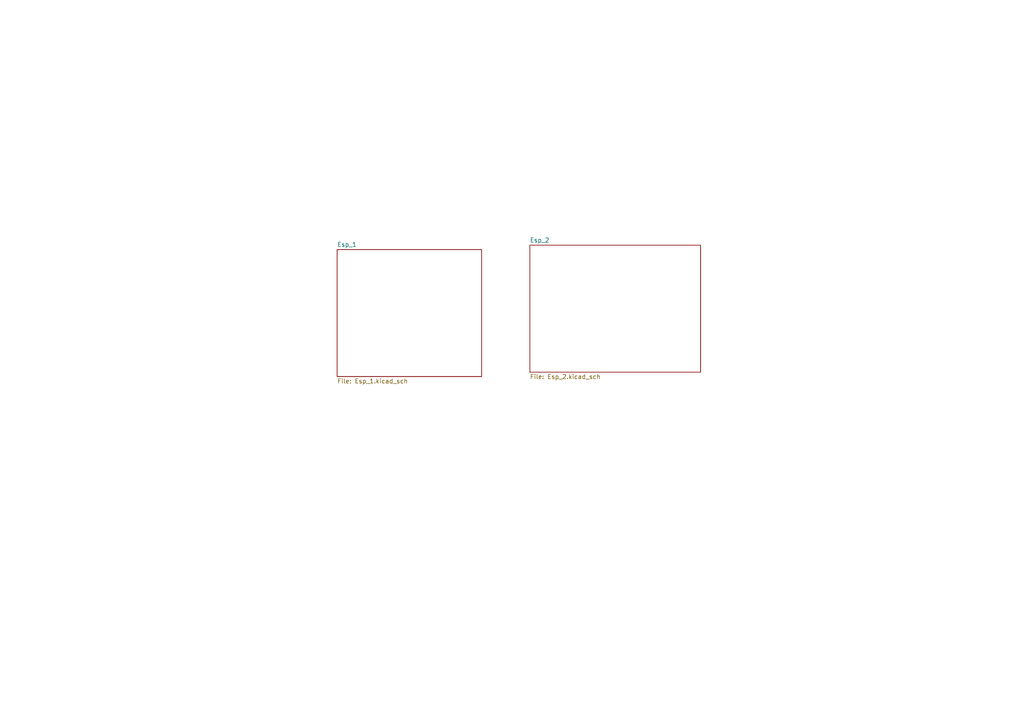
<source format=kicad_sch>
(kicad_sch (version 20230121) (generator eeschema)

  (uuid 3c1d1a99-a059-4686-81b7-0189c3f11a9d)

  (paper "A4")

  (lib_symbols
  )


  (sheet (at 153.67 71.12) (size 49.53 36.83) (fields_autoplaced)
    (stroke (width 0.1524) (type solid))
    (fill (color 0 0 0 0.0000))
    (uuid 2d8ba9f8-39ef-41b1-a16e-af014527e417)
    (property "Sheetname" "Esp_2" (at 153.67 70.4084 0)
      (effects (font (size 1.27 1.27)) (justify left bottom))
    )
    (property "Sheetfile" "Esp_2.kicad_sch" (at 153.67 108.5346 0)
      (effects (font (size 1.27 1.27)) (justify left top))
    )
    (instances
      (project "fred_v3"
        (path "/210292b2-d6ba-424c-bd40-e4a2be18eb8d/0e3fc8cf-969d-492f-823d-ed0765038f7e" (page "5"))
      )
    )
  )

  (sheet (at 97.79 72.39) (size 41.91 36.83) (fields_autoplaced)
    (stroke (width 0.1524) (type solid))
    (fill (color 0 0 0 0.0000))
    (uuid e569b439-0614-4295-b785-ded332857db7)
    (property "Sheetname" "Esp_1" (at 97.79 71.6784 0)
      (effects (font (size 1.27 1.27)) (justify left bottom))
    )
    (property "Sheetfile" "Esp_1.kicad_sch" (at 97.79 109.8046 0)
      (effects (font (size 1.27 1.27)) (justify left top))
    )
    (instances
      (project "fred_v3"
        (path "/210292b2-d6ba-424c-bd40-e4a2be18eb8d/0e3fc8cf-969d-492f-823d-ed0765038f7e" (page "4"))
      )
    )
  )
)

</source>
